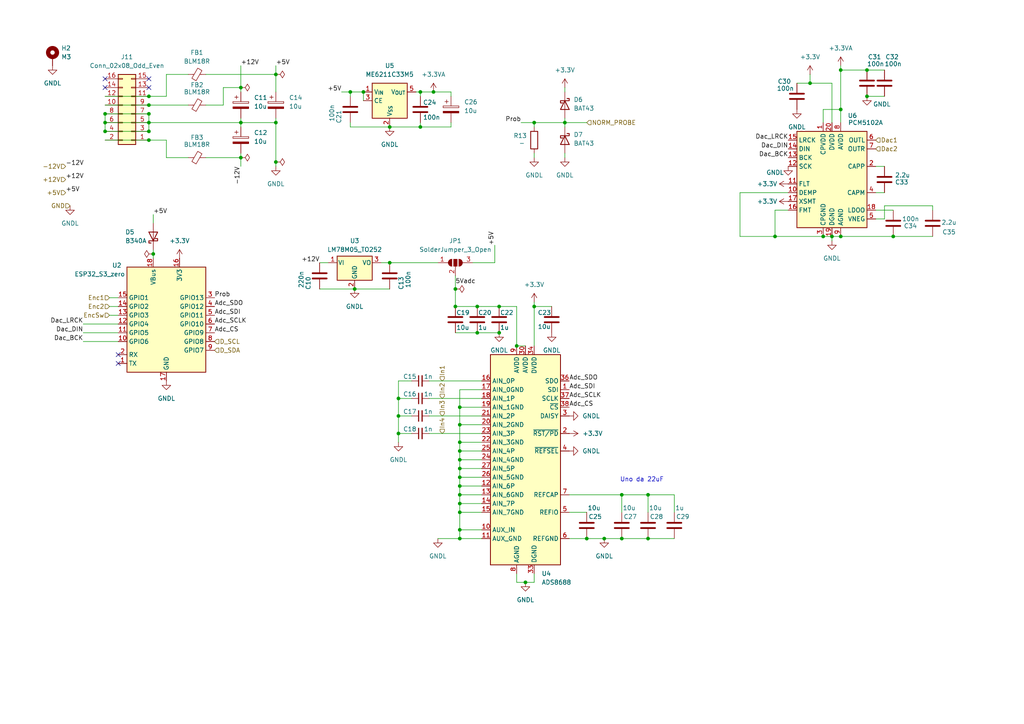
<source format=kicad_sch>
(kicad_sch (version 20250114) (generator "eeschema") (generator_version "9.0")
  (paper "A4")
  (title_block (title "Esper") (date "2025-05-13") (rev "1") (company "Sonic803"))
  (lib_symbols
    (symbol "Library:+3.3V" (power) (pin_numbers (hide yes)) (pin_names (offset 0) (hide yes))
      (property "Value" "+3.3V" (at 0 3.556 0))
      (symbol "+3.3V_0_1"
        (polyline (pts (xy -0.762 1.27) (xy 0 2.54)))
        (polyline (pts (xy 0 2.54) (xy 0.762 1.27)))
        (polyline (pts (xy 0 0) (xy 0 2.54)))
      )
      (symbol "+3.3V_1_1"
        (pin power_in line (at 0 0 90) (length 0) (name "~") (number "1"))
      )
    )
    (symbol "Library:+3.3VA" (power) (pin_numbers (hide yes)) (pin_names (offset 0) (hide yes))
      (property "Value" "+3.3VA" (at 0 3.556 0))
      (symbol "+3.3VA_0_1"
        (polyline (pts (xy -0.762 1.27) (xy 0 2.54)))
        (polyline (pts (xy 0 2.54) (xy 0.762 1.27)))
        (polyline (pts (xy 0 0) (xy 0 2.54)))
      )
      (symbol "+3.3VA_1_1"
        (pin power_in line (at 0 0 90) (length 0) (name "~") (number "1"))
      )
    )
    (symbol "Library:ADS8688"
      (property "Reference" "U" (at -8.89 31.75 0))
      (property "Value" "ADS8688" (at 8.89 31.75 0))
      (symbol "ADS8688_0_1"
        (rectangle (start -10.16 30.48) (end 10.16 -30.48) (stroke (width 0.254)) (fill (type background)))
      )
      (symbol "ADS8688_1_1"
        (pin input line (at -12.7 22.86 0) (length 2.54) (name "AIN_0P") (number "16"))
        (pin input line (at -12.7 20.32 0) (length 2.54) (name "AIN_0GND") (number "17"))
        (pin input line (at -12.7 17.78 0) (length 2.54) (name "AIN_1P") (number "18"))
        (pin input line (at -12.7 15.24 0) (length 2.54) (name "AIN_1GND") (number "19"))
        (pin input line (at -12.7 12.7 0) (length 2.54) (name "AIN_2P") (number "21"))
        (pin input line (at -12.7 10.16 0) (length 2.54) (name "AIN_2GND") (number "20"))
        (pin input line (at -12.7 7.62 0) (length 2.54) (name "AIN_3P") (number "23"))
        (pin input line (at -12.7 5.08 0) (length 2.54) (name "AIN_3GND") (number "22"))
        (pin input line (at -12.7 2.54 0) (length 2.54) (name "AIN_4P") (number "25"))
        (pin input line (at -12.7 0 0) (length 2.54) (name "AIN_4GND") (number "24"))
        (pin input line (at -12.7 -2.54 0) (length 2.54) (name "AIN_5P") (number "27"))
        (pin input line (at -12.7 -5.08 0) (length 2.54) (name "AIN_5GND") (number "26"))
        (pin input line (at -12.7 -7.62 0) (length 2.54) (name "AIN_6P") (number "12"))
        (pin input line (at -12.7 -10.16 0) (length 2.54) (name "AIN_6GND") (number "13"))
        (pin input line (at -12.7 -12.7 0) (length 2.54) (name "AIN_7P") (number "14"))
        (pin input line (at -12.7 -15.24 0) (length 2.54) (name "AIN_7GND") (number "15"))
        (pin input line (at -12.7 -20.32 0) (length 2.54) (name "AUX_IN") (number "10"))
        (pin input line (at -12.7 -22.86 0) (length 2.54) (name "AUX_GND") (number "11"))
        (pin power_in line (at -2.54 33.02 270) (length 2.54) (name "AVDD") (number "9"))
        (pin passive line (at -2.54 -33.02 90) (length 2.54) (hide yes) (name "AGND") (number "28"))
        (pin passive line (at -2.54 -33.02 90) (length 2.54) (hide yes) (name "AGND") (number "29"))
        (pin passive line (at -2.54 -33.02 90) (length 2.54) (hide yes) (name "AGND") (number "31"))
        (pin passive line (at -2.54 -33.02 90) (length 2.54) (hide yes) (name "AGND") (number "32"))
        (pin power_in line (at -2.54 -33.02 90) (length 2.54) (name "AGND") (number "8"))
        (pin power_in line (at 0 33.02 270) (length 2.54) (name "AVDD") (number "30"))
        (pin power_in line (at 2.54 33.02 270) (length 2.54) (name "DVDD") (number "34"))
        (pin power_in line (at 2.54 -33.02 90) (length 2.54) (name "DGND") (number "33"))
        (pin no_connect line (at 10.16 -5.08 180) (length 2.54) (hide yes) (name "DNC") (number "35"))
        (pin output line (at 12.7 22.86 180) (length 2.54) (name "SDO") (number "36"))
        (pin input line (at 12.7 20.32 180) (length 2.54) (name "SDI") (number "1"))
        (pin input line (at 12.7 17.78 180) (length 2.54) (name "SCLK") (number "37"))
        (pin input line (at 12.7 15.24 180) (length 2.54) (name "~{CS}") (number "38"))
        (pin input line (at 12.7 12.7 180) (length 2.54) (name "DAISY") (number "3"))
        (pin input line (at 12.7 7.62 180) (length 2.54) (name "~{RST/PD}") (number "2"))
        (pin input line (at 12.7 2.54 180) (length 2.54) (name "~{REFSEL}") (number "4"))
        (pin passive line (at 12.7 -10.16 180) (length 2.54) (name "REFCAP") (number "7"))
        (pin passive line (at 12.7 -15.24 180) (length 2.54) (name "REFIO") (number "5"))
        (pin power_in line (at 12.7 -22.86 180) (length 2.54) (name "REFGND") (number "6"))
      )
    )
    (symbol "Library:B340" (pin_numbers (hide yes)) (pin_names (offset 1.016) (hide yes))
      (property "Reference" "D" (at 0 2.54 0))
      (property "Value" "B340" (at 0 -2.54 0))
      (symbol "B340_0_1"
        (polyline (pts (xy -1.905 0.635) (xy -1.905 1.27) (xy -1.27 1.27) (xy -1.27 -1.27) (xy -0.635 -1.27) (xy -0.635 -0.635)) (stroke (width 0.254)))
        (polyline (pts (xy 1.27 1.27) (xy 1.27 -1.27) (xy -1.27 0) (xy 1.27 1.27)) (stroke (width 0.254)))
        (polyline (pts (xy 1.27 0) (xy -1.27 0)))
      )
      (symbol "B340_1_1"
        (pin passive line (at -3.81 0 0) (length 2.54) (name "K") (number "1"))
        (pin passive line (at 3.81 0 180) (length 2.54) (name "A") (number "2"))
      )
    )
    (symbol "Library:BAT43" (pin_numbers (hide yes)) (pin_names (offset 1.016) (hide yes))
      (property "Reference" "D" (at 0 2.54 0))
      (property "Value" "BAT43" (at 0 -2.54 0))
      (symbol "BAT43_0_1"
        (polyline (pts (xy -1.905 0.635) (xy -1.905 1.27) (xy -1.27 1.27) (xy -1.27 -1.27) (xy -0.635 -1.27) (xy -0.635 -0.635)) (stroke (width 0.254)))
        (polyline (pts (xy 1.27 1.27) (xy 1.27 -1.27) (xy -1.27 0) (xy 1.27 1.27)) (stroke (width 0.254)))
        (polyline (pts (xy 1.27 0) (xy -1.27 0)))
      )
      (symbol "BAT43_1_1"
        (pin passive line (at -3.81 0 0) (length 2.54) (name "K") (number "1"))
        (pin passive line (at 3.81 0 180) (length 2.54) (name "A") (number "2"))
      )
    )
    (symbol "Library:C" (pin_numbers (hide yes)) (pin_names (offset 0.254))
      (property "Reference" "C" (at 0.635 2.54 0))
      (property "Value" "C" (at 0.635 -2.54 0))
      (symbol "C_0_1"
        (polyline (pts (xy -2.032 0.762) (xy 2.032 0.762)) (stroke (width 0.508)))
        (polyline (pts (xy -2.032 -0.762) (xy 2.032 -0.762)) (stroke (width 0.508)))
      )
      (symbol "C_1_1"
        (pin passive line (at 0 3.81 270) (length 2.794) (name "~") (number "1"))
        (pin passive line (at 0 -3.81 90) (length 2.794) (name "~") (number "2"))
      )
    )
    (symbol "Library:C_Polarized" (pin_numbers (hide yes)) (pin_names (offset 0.254))
      (property "Reference" "C" (at 0.635 2.54 0))
      (property "Value" "C_Polarized" (at 0.635 -2.54 0))
      (symbol "C_Polarized_0_1"
        (rectangle (start -2.286 0.508) (end 2.286 1.016))
        (polyline (pts (xy -1.778 2.286) (xy -0.762 2.286)))
        (polyline (pts (xy -1.27 2.794) (xy -1.27 1.778)))
        (rectangle (start 2.286 -0.508) (end -2.286 -1.016) (fill (type outline)))
      )
      (symbol "C_Polarized_1_1"
        (pin passive line (at 0 3.81 270) (length 2.794) (name "~") (number "1"))
        (pin passive line (at 0 -3.81 90) (length 2.794) (name "~") (number "2"))
      )
    )
    (symbol "Library:C_Small" (pin_numbers (hide yes)) (pin_names (offset 0.254) (hide yes))
      (property "Reference" "C" (at 0.254 1.778 0))
      (property "Value" "C_Small" (at 0.254 -2.032 0))
      (symbol "C_Small_0_1"
        (polyline (pts (xy -1.524 0.508) (xy 1.524 0.508)) (stroke (width 0.3048)))
        (polyline (pts (xy -1.524 -0.508) (xy 1.524 -0.508)) (stroke (width 0.3302)))
      )
      (symbol "C_Small_1_1"
        (pin passive line (at 0 2.54 270) (length 2.032) (name "~") (number "1"))
        (pin passive line (at 0 -2.54 90) (length 2.032) (name "~") (number "2"))
      )
    )
    (symbol "Library:Conn_02x08_Odd_Even" (pin_names (offset 1.016) (hide yes))
      (property "Reference" "J" (at 1.27 10.16 0))
      (property "Value" "Conn_02x08_Odd_Even" (at 1.27 -12.7 0))
      (symbol "Conn_02x08_Odd_Even_1_1"
        (rectangle (start -1.27 8.89) (end 3.81 -11.43) (stroke (width 0.254)) (fill (type background)))
        (rectangle (start -1.27 7.747) (end 0 7.493) (stroke (width 0.1524)))
        (rectangle (start -1.27 5.207) (end 0 4.953) (stroke (width 0.1524)))
        (rectangle (start -1.27 2.667) (end 0 2.413) (stroke (width 0.1524)))
        (rectangle (start -1.27 0.127) (end 0 -0.127) (stroke (width 0.1524)))
        (rectangle (start -1.27 -2.413) (end 0 -2.667) (stroke (width 0.1524)))
        (rectangle (start -1.27 -4.953) (end 0 -5.207) (stroke (width 0.1524)))
        (rectangle (start -1.27 -7.493) (end 0 -7.747) (stroke (width 0.1524)))
        (rectangle (start -1.27 -10.033) (end 0 -10.287) (stroke (width 0.1524)))
        (rectangle (start 3.81 7.747) (end 2.54 7.493) (stroke (width 0.1524)))
        (rectangle (start 3.81 5.207) (end 2.54 4.953) (stroke (width 0.1524)))
        (rectangle (start 3.81 2.667) (end 2.54 2.413) (stroke (width 0.1524)))
        (rectangle (start 3.81 0.127) (end 2.54 -0.127) (stroke (width 0.1524)))
        (rectangle (start 3.81 -2.413) (end 2.54 -2.667) (stroke (width 0.1524)))
        (rectangle (start 3.81 -4.953) (end 2.54 -5.207) (stroke (width 0.1524)))
        (rectangle (start 3.81 -7.493) (end 2.54 -7.747) (stroke (width 0.1524)))
        (rectangle (start 3.81 -10.033) (end 2.54 -10.287) (stroke (width 0.1524)))
        (pin passive line (at -5.08 7.62 0) (length 3.81) (name "Pin_1") (number "1"))
        (pin passive line (at -5.08 5.08 0) (length 3.81) (name "Pin_3") (number "3"))
        (pin passive line (at -5.08 2.54 0) (length 3.81) (name "Pin_5") (number "5"))
        (pin passive line (at -5.08 0 0) (length 3.81) (name "Pin_7") (number "7"))
        (pin passive line (at -5.08 -2.54 0) (length 3.81) (name "Pin_9") (number "9"))
        (pin passive line (at -5.08 -5.08 0) (length 3.81) (name "Pin_11") (number "11"))
        (pin passive line (at -5.08 -7.62 0) (length 3.81) (name "Pin_13") (number "13"))
        (pin passive line (at -5.08 -10.16 0) (length 3.81) (name "Pin_15") (number "15"))
        (pin passive line (at 7.62 7.62 180) (length 3.81) (name "Pin_2") (number "2"))
        (pin passive line (at 7.62 5.08 180) (length 3.81) (name "Pin_4") (number "4"))
        (pin passive line (at 7.62 2.54 180) (length 3.81) (name "Pin_6") (number "6"))
        (pin passive line (at 7.62 0 180) (length 3.81) (name "Pin_8") (number "8"))
        (pin passive line (at 7.62 -2.54 180) (length 3.81) (name "Pin_10") (number "10"))
        (pin passive line (at 7.62 -5.08 180) (length 3.81) (name "Pin_12") (number "12"))
        (pin passive line (at 7.62 -7.62 180) (length 3.81) (name "Pin_14") (number "14"))
        (pin passive line (at 7.62 -10.16 180) (length 3.81) (name "Pin_16") (number "16"))
      )
    )
    (symbol "Library:ESP32_S3_zero"
      (property "Reference" "U" (at 4.572 20.32 0))
      (property "Value" "ESP32_S3_zero" (at -0.508 -12.954 0))
      (symbol "ESP32_S3_zero_1_1"
        (rectangle (start -15.24 19.05) (end 7.62 -11.43) (stroke (width 0.254)) (fill (type background)))
        (pin bidirectional line (at -17.78 10.16 0) (length 2.54) (name "GPIO1") (number "15"))
        (pin bidirectional line (at -17.78 7.62 0) (length 2.54) (name "GPIO2") (number "14"))
        (pin bidirectional line (at -17.78 5.08 0) (length 2.54) (name "GPIO3") (number "13"))
        (pin bidirectional line (at -17.78 2.54 0) (length 2.54) (name "GPIO4") (number "12"))
        (pin bidirectional line (at -17.78 0 0) (length 2.54) (name "GPIO5") (number "11"))
        (pin bidirectional line (at -17.78 -2.54 0) (length 2.54) (name "GPIO6") (number "10"))
        (pin input line (at -17.78 -6.35 0) (length 2.54) (name "RX") (number "2"))
        (pin output line (at -17.78 -8.89 0) (length 2.54) (name "TX") (number "1"))
        (pin power_in line (at -7.62 21.59 270) (length 2.54) (name "VBus") (number "18"))
        (pin power_in line (at -3.81 -13.97 90) (length 2.54) (name "GND") (number "17"))
        (pin power_out line (at 0 21.59 270) (length 2.54) (name "3V3") (number "16"))
        (pin bidirectional line (at 10.16 10.16 180) (length 2.54) (name "GPIO13") (number "3"))
        (pin bidirectional line (at 10.16 7.62 180) (length 2.54) (name "GPIO12") (number "4"))
        (pin bidirectional line (at 10.16 5.08 180) (length 2.54) (name "GPIO11") (number "5"))
        (pin bidirectional line (at 10.16 2.54 180) (length 2.54) (name "GPIO10") (number "6"))
        (pin bidirectional line (at 10.16 0 180) (length 2.54) (name "GPIO9") (number "7"))
        (pin bidirectional line (at 10.16 -2.54 180) (length 2.54) (name "GPIO8") (number "8"))
        (pin bidirectional line (at 10.16 -5.08 180) (length 2.54) (name "GPIO7") (number "9"))
      )
    )
    (symbol "Library:FerriteBead_Small" (pin_numbers (hide yes)) (pin_names (offset 0))
      (property "Reference" "FB" (at 1.905 1.27 0))
      (property "Value" "FerriteBead_Small" (at 1.905 -1.27 0))
      (symbol "FerriteBead_Small_0_1"
        (polyline (pts (xy -1.8288 0.2794) (xy -1.1176 1.4986) (xy 1.8288 -0.2032) (xy 1.1176 -1.4224) (xy -1.8288 0.2794)))
        (polyline (pts (xy 0 0.889) (xy 0 1.2954)))
        (polyline (pts (xy 0 -1.27) (xy 0 -0.7874)))
      )
      (symbol "FerriteBead_Small_1_1"
        (pin passive line (at 0 2.54 270) (length 1.27) (name "~") (number "1"))
        (pin passive line (at 0 -2.54 90) (length 1.27) (name "~") (number "2"))
      )
    )
    (symbol "Library:GNDL" (in_bom no) (on_board no)
      (property "Value" "GNDL" (at 0 0 0))
      (symbol "GNDL_1_1"
        (polyline (pts (xy 0 0) (xy 0 -1.27) (xy 1.27 -1.27) (xy 0 -2.54) (xy -1.27 -1.27) (xy 0 -1.27)))
        (pin power_in line (at 0 0 270) (length 0) (hide yes) (name "GNDL") (number "1"))
      )
    )
    (symbol "Library:LM78M05_TO252" (pin_names (offset 0.254))
      (property "Reference" "U" (at -3.81 3.175 0))
      (property "Value" "LM78M05_TO252" (at 0 3.175 0))
      (symbol "LM78M05_TO252_0_1"
        (rectangle (start -5.08 1.905) (end 5.08 -5.08) (stroke (width 0.254)) (fill (type background)))
      )
      (symbol "LM78M05_TO252_1_1"
        (pin power_in line (at -7.62 0 0) (length 2.54) (name "VI") (number "1"))
        (pin power_in line (at 0 -7.62 90) (length 2.54) (name "GND") (number "2"))
        (pin power_out line (at 7.62 0 180) (length 2.54) (name "VO") (number "3"))
      )
    )
    (symbol "Library:ME6211C33M5"
      (property "Reference" "U" (at -4.572 6.35 0))
      (property "Value" "ME6211C33M5" (at 10.16 8.636 0))
      (symbol "ME6211C33M5_1_1"
        (rectangle (start -5.08 5.08) (end 5.08 -5.08) (stroke (width 0.254)) (fill (type background)))
        (pin power_in line (at -7.62 2.54 0) (length 2.54) (name "V_{IN}") (number "1"))
        (pin input line (at -7.62 0 0) (length 2.54) (name "CE") (number "3"))
        (pin power_in line (at 0 -7.62 90) (length 2.54) (name "V_{SS}") (number "2"))
        (pin no_connect line (at 5.08 0 180) (length 2.54) (hide yes) (name "NC") (number "4"))
        (pin power_out line (at 7.62 2.54 180) (length 2.54) (name "V_{OUT}") (number "5"))
      )
    )
    (symbol "Library:MountingHole_Pad" (pin_numbers (hide yes)) (pin_names (offset 1.016) (hide yes)) (in_bom no)
      (property "Reference" "H" (at 0 6.35 0))
      (property "Value" "MountingHole_Pad" (at 0 4.445 0))
      (symbol "MountingHole_Pad_0_1"
        (circle (center 0 1.27) (radius 1.27) (stroke (width 1.27)))
      )
      (symbol "MountingHole_Pad_1_1"
        (pin input line (at 0 -2.54 90) (length 2.54) (name "1") (number "1"))
      )
    )
    (symbol "Library:PCM5102A"
      (property "Reference" "U" (at -10.16 13.97 0))
      (property "Value" "PCM5102A" (at 3.81 13.97 0))
      (symbol "PCM5102A_0_1"
        (rectangle (start -10.16 12.7) (end 10.16 -15.24) (stroke (width 0.254)) (fill (type background)))
      )
      (symbol "PCM5102A_1_1"
        (pin input line (at -12.7 10.16 0) (length 2.54) (name "LRCK") (number "15"))
        (pin input line (at -12.7 7.62 0) (length 2.54) (name "DIN") (number "14"))
        (pin input line (at -12.7 5.08 0) (length 2.54) (name "BCK") (number "13"))
        (pin input line (at -12.7 2.54 0) (length 2.54) (name "SCK") (number "12"))
        (pin input line (at -12.7 -2.54 0) (length 2.54) (name "FLT") (number "11"))
        (pin input line (at -12.7 -5.08 0) (length 2.54) (name "DEMP") (number "10"))
        (pin input line (at -12.7 -7.62 0) (length 2.54) (name "XSMT") (number "17"))
        (pin input line (at -12.7 -10.16 0) (length 2.54) (name "FMT") (number "16"))
        (pin passive line (at -2.54 15.24 270) (length 2.54) (name "CPVDD") (number "1"))
        (pin power_in line (at -2.54 -17.78 90) (length 2.54) (name "CPGND") (number "3"))
        (pin power_in line (at 0 15.24 270) (length 2.54) (name "DVDD") (number "20"))
        (pin power_in line (at 0 -17.78 90) (length 2.54) (name "DGND") (number "19"))
        (pin power_in line (at 2.54 15.24 270) (length 2.54) (name "AVDD") (number "8"))
        (pin power_in line (at 2.54 -17.78 90) (length 2.54) (name "AGND") (number "9"))
        (pin output line (at 12.7 10.16 180) (length 2.54) (name "OUTL") (number "6"))
        (pin output line (at 12.7 7.62 180) (length 2.54) (name "OUTR") (number "7"))
        (pin passive line (at 12.7 2.54 180) (length 2.54) (name "CAPP") (number "2"))
        (pin passive line (at 12.7 -5.08 180) (length 2.54) (name "CAPM") (number "4"))
        (pin passive line (at 12.7 -10.16 180) (length 2.54) (name "LDOO") (number "18"))
        (pin passive line (at 12.7 -12.7 180) (length 2.54) (name "VNEG") (number "5"))
      )
    )
    (symbol "Library:PWR_FLAG" (power) (pin_numbers (hide yes)) (pin_names (offset 0) (hide yes))
      (property "Value" "PWR_FLAG" (at 0 3.81 0))
      (symbol "PWR_FLAG_0_0"
        (pin power_out line (at 0 0 90) (length 0) (name "~") (number "1"))
      )
      (symbol "PWR_FLAG_0_1"
        (polyline (pts (xy 0 0) (xy 0 1.27) (xy -1.016 1.905) (xy 0 2.54) (xy 1.016 1.905) (xy 0 1.27)))
      )
    )
    (symbol "Library:R" (pin_numbers (hide yes)) (pin_names (offset 0))
      (property "Reference" "R" (at 2.032 0 90))
      (property "Value" "R" (at 0 0 90))
      (symbol "R_0_1"
        (rectangle (start -1.016 -2.54) (end 1.016 2.54) (stroke (width 0.254)))
      )
      (symbol "R_1_1"
        (pin passive line (at 0 3.81 270) (length 1.27) (name "~") (number "1"))
        (pin passive line (at 0 -3.81 90) (length 1.27) (name "~") (number "2"))
      )
    )
    (symbol "Library:SolderJumper_3_Open" (pin_names (offset 0) (hide yes)) (in_bom no)
      (property "Reference" "JP" (at -2.54 -2.54 0))
      (property "Value" "SolderJumper_3_Open" (at 0 2.794 0))
      (symbol "SolderJumper_3_Open_0_1"
        (polyline (pts (xy -2.54 0) (xy -2.032 0)))
        (polyline (pts (xy -1.016 1.016) (xy -1.016 -1.016)))
        (arc (start -1.016 -1.016) (mid -2.0276 0) (end -1.016 1.016))
        (arc (start -1.016 -1.016) (mid -2.0276 0) (end -1.016 1.016) (fill (type outline)))
        (rectangle (start -0.508 1.016) (end 0.508 -1.016) (fill (type outline)))
        (polyline (pts (xy 0 -1.27) (xy 0 -1.016)))
        (arc (start 1.016 1.016) (mid 2.0276 0) (end 1.016 -1.016))
        (arc (start 1.016 1.016) (mid 2.0276 0) (end 1.016 -1.016) (fill (type outline)))
        (polyline (pts (xy 1.016 1.016) (xy 1.016 -1.016)))
        (polyline (pts (xy 2.54 0) (xy 2.032 0)))
      )
      (symbol "SolderJumper_3_Open_1_1"
        (pin passive line (at -5.08 0 0) (length 2.54) (name "A") (number "1"))
        (pin passive line (at 0 -3.81 90) (length 2.54) (name "C") (number "2"))
        (pin passive line (at 5.08 0 180) (length 2.54) (name "B") (number "3"))
      )
    )
  )
  (text "Uno da 22uF" (at 186.182 139.192 0) (effects (font (size 1.27 1.27))))
  (junction (at 133.35 140.97))
  (junction (at 133.35 133.35))
  (junction (at 102.87 83.82))
  (junction (at 133.35 143.51))
  (junction (at 241.3 68.58))
  (junction (at 80.01 21.59))
  (junction (at 43.18 27.94))
  (junction (at 144.78 96.52))
  (junction (at 101.6 26.67))
  (junction (at 80.01 35.56))
  (junction (at 30.48 35.56))
  (junction (at 243.84 68.58))
  (junction (at 234.95 24.13))
  (junction (at 115.57 125.73))
  (junction (at 43.18 35.56))
  (junction (at 138.43 96.52))
  (junction (at 115.57 115.57))
  (junction (at 133.35 130.81))
  (junction (at 133.35 128.27))
  (junction (at 251.46 20.32))
  (junction (at 238.76 68.58))
  (junction (at 44.45 73.66))
  (junction (at 133.35 118.11))
  (junction (at 133.35 156.21))
  (junction (at 43.18 30.48))
  (junction (at 152.4 168.91))
  (junction (at 43.18 40.64))
  (junction (at 43.18 38.1))
  (junction (at 133.35 148.59))
  (junction (at 133.35 146.05))
  (junction (at 187.96 143.51))
  (junction (at 154.94 35.56))
  (junction (at 30.48 38.1))
  (junction (at 132.08 83.82))
  (junction (at 115.57 120.65))
  (junction (at 69.85 45.72))
  (junction (at 154.94 88.9))
  (junction (at 125.73 26.67))
  (junction (at 121.92 26.67))
  (junction (at 30.48 33.02))
  (junction (at 133.35 135.89))
  (junction (at 43.18 33.02))
  (junction (at 243.84 31.75))
  (junction (at 69.85 35.56))
  (junction (at 133.35 153.67))
  (junction (at 170.18 156.21))
  (junction (at 113.03 36.83))
  (junction (at 180.34 143.51))
  (junction (at 163.83 35.56))
  (junction (at 180.34 156.21))
  (junction (at 133.35 123.19))
  (junction (at 243.84 20.32))
  (junction (at 224.79 68.58))
  (junction (at 105.41 26.67))
  (junction (at 259.08 68.58))
  (junction (at 251.46 27.94))
  (junction (at 144.78 88.9))
  (junction (at 187.96 156.21))
  (junction (at 80.01 46.99))
  (junction (at 121.92 36.83))
  (junction (at 175.26 156.21))
  (junction (at 149.86 100.33))
  (junction (at 113.03 76.2))
  (junction (at 138.43 88.9))
  (junction (at 132.08 88.9))
  (junction (at 133.35 138.43))
  (junction (at 69.85 25.4))
  (no_connect (at 43.18 25.4))
  (no_connect (at 34.29 102.87))
  (no_connect (at 34.29 105.41))
  (no_connect (at 43.18 22.86))
  (no_connect (at 30.48 22.86))
  (no_connect (at 30.48 25.4))
  (wire (pts (xy 115.57 115.57) (xy 119.38 115.57)))
  (wire (pts (xy 133.35 133.35) (xy 133.35 135.89)))
  (wire (pts (xy 130.81 27.94) (xy 130.81 26.67)))
  (wire (pts (xy 30.48 33.02) (xy 30.48 35.56)))
  (wire (pts (xy 251.46 27.94) (xy 256.54 27.94)))
  (wire (pts (xy 101.6 26.67) (xy 105.41 26.67)))
  (wire (pts (xy 234.95 24.13) (xy 241.3 24.13)))
  (wire (pts (xy 124.46 110.49) (xy 139.7 110.49)))
  (wire (pts (xy 133.35 140.97) (xy 139.7 140.97)))
  (wire (pts (xy 133.35 128.27) (xy 139.7 128.27)))
  (wire (pts (xy 149.86 166.37) (xy 149.86 168.91)))
  (wire (pts (xy 48.26 21.59) (xy 54.61 21.59)))
  (wire (pts (xy 127 156.21) (xy 133.35 156.21)))
  (wire (pts (xy 124.46 125.73) (xy 139.7 125.73)))
  (wire (pts (xy 113.03 36.83) (xy 121.92 36.83)))
  (wire (pts (xy 133.35 148.59) (xy 133.35 153.67)))
  (wire (pts (xy 149.86 100.33) (xy 152.4 100.33)))
  (wire (pts (xy 80.01 21.59) (xy 80.01 19.05)))
  (wire (pts (xy 133.35 146.05) (xy 139.7 146.05)))
  (wire (pts (xy 30.48 35.56) (xy 30.48 38.1)))
  (wire (pts (xy 133.35 143.51) (xy 133.35 146.05)))
  (wire (pts (xy 34.29 86.36) (xy 31.75 86.36)))
  (wire (pts (xy 30.48 35.56) (xy 43.18 35.56)))
  (wire (pts (xy 48.26 27.94) (xy 43.18 27.94)))
  (wire (pts (xy 238.76 31.75) (xy 238.76 35.56)))
  (wire (pts (xy 154.94 87.63) (xy 154.94 88.9)))
  (wire (pts (xy 133.35 135.89) (xy 133.35 138.43)))
  (wire (pts (xy 243.84 31.75) (xy 238.76 31.75)))
  (wire (pts (xy 270.51 59.69) (xy 256.54 59.69)))
  (wire (pts (xy 133.35 123.19) (xy 133.35 128.27)))
  (wire (pts (xy 124.46 120.65) (xy 139.7 120.65)))
  (wire (pts (xy 195.58 143.51) (xy 195.58 148.59)))
  (wire (pts (xy 175.26 156.21) (xy 170.18 156.21)))
  (wire (pts (xy 64.77 25.4) (xy 69.85 25.4)))
  (wire (pts (xy 54.61 45.72) (xy 48.26 45.72)))
  (wire (pts (xy 254 55.88) (xy 256.54 55.88)))
  (wire (pts (xy 133.35 118.11) (xy 133.35 123.19)))
  (wire (pts (xy 124.46 115.57) (xy 139.7 115.57)))
  (wire (pts (xy 132.08 80.01) (xy 132.08 83.82)))
  (wire (pts (xy 43.18 30.48) (xy 54.61 30.48)))
  (wire (pts (xy 149.86 168.91) (xy 152.4 168.91)))
  (wire (pts (xy 121.92 36.83) (xy 121.92 35.56)))
  (wire (pts (xy 115.57 110.49) (xy 119.38 110.49)))
  (wire (pts (xy 30.48 40.64) (xy 43.18 40.64)))
  (wire (pts (xy 80.01 35.56) (xy 69.85 35.56)))
  (wire (pts (xy 254 60.96) (xy 259.08 60.96)))
  (wire (pts (xy 241.3 68.58) (xy 243.84 68.58)))
  (wire (pts (xy 143.51 71.12) (xy 143.51 76.2)))
  (wire (pts (xy 165.1 143.51) (xy 180.34 143.51)))
  (wire (pts (xy 154.94 35.56) (xy 163.83 35.56)))
  (wire (pts (xy 180.34 156.21) (xy 187.96 156.21)))
  (wire (pts (xy 92.71 83.82) (xy 102.87 83.82)))
  (wire (pts (xy 115.57 120.65) (xy 119.38 120.65)))
  (wire (pts (xy 154.94 88.9) (xy 154.94 100.33)))
  (wire (pts (xy 256.54 63.5) (xy 256.54 59.69)))
  (wire (pts (xy 113.03 76.2) (xy 127 76.2)))
  (wire (pts (xy 34.29 91.44) (xy 31.75 91.44)))
  (wire (pts (xy 133.35 153.67) (xy 133.35 156.21)))
  (wire (pts (xy 243.84 20.32) (xy 251.46 20.32)))
  (wire (pts (xy 133.35 118.11) (xy 139.7 118.11)))
  (wire (pts (xy 214.63 55.88) (xy 214.63 68.58)))
  (wire (pts (xy 69.85 45.72) (xy 69.85 48.26)))
  (wire (pts (xy 30.48 27.94) (xy 43.18 27.94)))
  (wire (pts (xy 48.26 45.72) (xy 48.26 40.64)))
  (wire (pts (xy 138.43 88.9) (xy 144.78 88.9)))
  (wire (pts (xy 115.57 125.73) (xy 115.57 120.65)))
  (wire (pts (xy 59.69 30.48) (xy 64.77 30.48)))
  (wire (pts (xy 43.18 35.56) (xy 69.85 35.56)))
  (wire (pts (xy 154.94 88.9) (xy 160.02 88.9)))
  (wire (pts (xy 30.48 38.1) (xy 43.18 38.1)))
  (wire (pts (xy 24.13 99.06) (xy 34.29 99.06)))
  (wire (pts (xy 115.57 115.57) (xy 115.57 110.49)))
  (wire (pts (xy 187.96 156.21) (xy 195.58 156.21)))
  (wire (pts (xy 48.26 40.64) (xy 43.18 40.64)))
  (wire (pts (xy 24.13 96.52) (xy 34.29 96.52)))
  (wire (pts (xy 139.7 113.03) (xy 133.35 113.03)))
  (wire (pts (xy 130.81 26.67) (xy 125.73 26.67)))
  (wire (pts (xy 132.08 83.82) (xy 132.08 88.9)))
  (wire (pts (xy 170.18 35.56) (xy 163.83 35.56)))
  (wire (pts (xy 30.48 33.02) (xy 43.18 33.02)))
  (wire (pts (xy 154.94 168.91) (xy 152.4 168.91)))
  (wire (pts (xy 144.78 88.9) (xy 149.86 88.9)))
  (wire (pts (xy 44.45 72.39) (xy 44.45 73.66)))
  (wire (pts (xy 133.35 123.19) (xy 139.7 123.19)))
  (wire (pts (xy 231.14 24.13) (xy 234.95 24.13)))
  (wire (pts (xy 132.08 96.52) (xy 138.43 96.52)))
  (wire (pts (xy 165.1 148.59) (xy 170.18 148.59)))
  (wire (pts (xy 238.76 68.58) (xy 241.3 68.58)))
  (wire (pts (xy 99.06 26.67) (xy 101.6 26.67)))
  (wire (pts (xy 133.35 130.81) (xy 133.35 133.35)))
  (wire (pts (xy 80.01 35.56) (xy 80.01 46.99)))
  (wire (pts (xy 180.34 143.51) (xy 180.34 148.59)))
  (wire (pts (xy 270.51 59.69) (xy 270.51 60.96)))
  (wire (pts (xy 251.46 20.32) (xy 256.54 20.32)))
  (wire (pts (xy 234.95 21.59) (xy 234.95 24.13)))
  (wire (pts (xy 80.01 34.29) (xy 80.01 35.56)))
  (wire (pts (xy 175.26 156.21) (xy 180.34 156.21)))
  (wire (pts (xy 151.13 35.56) (xy 154.94 35.56)))
  (wire (pts (xy 69.85 45.72) (xy 69.85 44.45)))
  (wire (pts (xy 133.35 133.35) (xy 139.7 133.35)))
  (wire (pts (xy 143.51 76.2) (xy 137.16 76.2)))
  (wire (pts (xy 24.13 93.98) (xy 34.29 93.98)))
  (wire (pts (xy 92.71 76.2) (xy 95.25 76.2)))
  (wire (pts (xy 241.3 24.13) (xy 241.3 35.56)))
  (wire (pts (xy 59.69 45.72) (xy 69.85 45.72)))
  (wire (pts (xy 115.57 125.73) (xy 119.38 125.73)))
  (wire (pts (xy 133.35 128.27) (xy 133.35 130.81)))
  (wire (pts (xy 228.6 55.88) (xy 214.63 55.88)))
  (wire (pts (xy 121.92 27.94) (xy 121.92 26.67)))
  (wire (pts (xy 163.83 34.29) (xy 163.83 35.56)))
  (wire (pts (xy 214.63 68.58) (xy 224.79 68.58)))
  (wire (pts (xy 80.01 46.99) (xy 80.01 48.26)))
  (wire (pts (xy 138.43 96.52) (xy 144.78 96.52)))
  (wire (pts (xy 101.6 27.94) (xy 101.6 26.67)))
  (wire (pts (xy 243.84 31.75) (xy 243.84 35.56)))
  (wire (pts (xy 133.35 140.97) (xy 133.35 143.51)))
  (wire (pts (xy 133.35 148.59) (xy 139.7 148.59)))
  (wire (pts (xy 254 63.5) (xy 256.54 63.5)))
  (wire (pts (xy 154.94 166.37) (xy 154.94 168.91)))
  (wire (pts (xy 133.35 138.43) (xy 139.7 138.43)))
  (wire (pts (xy 243.84 19.05) (xy 243.84 20.32)))
  (wire (pts (xy 133.35 113.03) (xy 133.35 118.11)))
  (wire (pts (xy 69.85 34.29) (xy 69.85 35.56)))
  (wire (pts (xy 224.79 60.96) (xy 224.79 68.58)))
  (wire (pts (xy 180.34 143.51) (xy 187.96 143.51)))
  (wire (pts (xy 44.45 62.23) (xy 44.45 64.77)))
  (wire (pts (xy 48.26 21.59) (xy 48.26 27.94)))
  (wire (pts (xy 187.96 143.51) (xy 195.58 143.51)))
  (wire (pts (xy 165.1 156.21) (xy 170.18 156.21)))
  (wire (pts (xy 270.51 68.58) (xy 259.08 68.58)))
  (wire (pts (xy 133.35 153.67) (xy 139.7 153.67)))
  (wire (pts (xy 121.92 26.67) (xy 120.65 26.67)))
  (wire (pts (xy 163.83 45.72) (xy 163.83 44.45)))
  (wire (pts (xy 132.08 88.9) (xy 138.43 88.9)))
  (wire (pts (xy 243.84 20.32) (xy 243.84 31.75)))
  (wire (pts (xy 241.3 69.85) (xy 241.3 68.58)))
  (wire (pts (xy 34.29 88.9) (xy 31.75 88.9)))
  (wire (pts (xy 113.03 76.2) (xy 110.49 76.2)))
  (wire (pts (xy 133.35 130.81) (xy 139.7 130.81)))
  (wire (pts (xy 130.81 36.83) (xy 130.81 35.56)))
  (wire (pts (xy 133.35 143.51) (xy 139.7 143.51)))
  (wire (pts (xy 224.79 68.58) (xy 238.76 68.58)))
  (wire (pts (xy 105.41 26.67) (xy 105.41 29.21)))
  (wire (pts (xy 154.94 45.72) (xy 154.94 44.45)))
  (wire (pts (xy 64.77 30.48) (xy 64.77 25.4)))
  (wire (pts (xy 80.01 21.59) (xy 59.69 21.59)))
  (wire (pts (xy 133.35 138.43) (xy 133.35 140.97)))
  (wire (pts (xy 163.83 25.4) (xy 163.83 26.67)))
  (wire (pts (xy 149.86 88.9) (xy 149.86 100.33)))
  (wire (pts (xy 133.35 156.21) (xy 139.7 156.21)))
  (wire (pts (xy 44.45 73.66) (xy 44.45 74.93)))
  (wire (pts (xy 121.92 26.67) (xy 125.73 26.67)))
  (wire (pts (xy 102.87 83.82) (xy 113.03 83.82)))
  (wire (pts (xy 80.01 26.67) (xy 80.01 21.59)))
  (wire (pts (xy 133.35 146.05) (xy 133.35 148.59)))
  (wire (pts (xy 187.96 143.51) (xy 187.96 148.59)))
  (wire (pts (xy 69.85 19.05) (xy 69.85 25.4)))
  (wire (pts (xy 115.57 125.73) (xy 115.57 128.27)))
  (wire (pts (xy 115.57 120.65) (xy 115.57 115.57)))
  (wire (pts (xy 69.85 36.83) (xy 69.85 35.56)))
  (wire (pts (xy 101.6 36.83) (xy 113.03 36.83)))
  (wire (pts (xy 30.48 30.48) (xy 43.18 30.48)))
  (wire (pts (xy 254 48.26) (xy 256.54 48.26)))
  (wire (pts (xy 154.94 36.83) (xy 154.94 35.56)))
  (wire (pts (xy 243.84 68.58) (xy 259.08 68.58)))
  (wire (pts (xy 43.18 33.02) (xy 43.18 35.56)))
  (wire (pts (xy 121.92 36.83) (xy 130.81 36.83)))
  (wire (pts (xy 69.85 25.4) (xy 69.85 26.67)))
  (wire (pts (xy 101.6 35.56) (xy 101.6 36.83)))
  (wire (pts (xy 43.18 35.56) (xy 43.18 38.1)))
  (wire (pts (xy 228.6 60.96) (xy 224.79 60.96)))
  (wire (pts (xy 163.83 36.83) (xy 163.83 35.56)))
  (wire (pts (xy 133.35 135.89) (xy 139.7 135.89)))
  (label "Adc_SCLK" (at 165.1 115.57 0))
  (label "5Vadc" (at 132.08 82.55 0))
  (label "+12V" (at 19.05 52.07 0))
  (label "+12V" (at 92.71 76.2 180))
  (label "Adc_SDO" (at 165.1 110.49 0))
  (label "Dac_BCK" (at 228.6 45.72 180))
  (label "-12V" (at 19.05 48.26 0))
  (label "Adc_CS" (at 165.1 118.11 0))
  (label "+5V" (at 143.51 71.12 90))
  (label "Adc_SDI" (at 165.1 113.03 0))
  (label "Dac_DIN" (at 228.6 43.18 180))
  (label "Dac_DIN" (at 24.13 96.52 180))
  (label "+5V" (at 99.06 26.67 180))
  (label "Adc_SDO" (at 62.23 88.9 0))
  (label "Adc_SCLK" (at 62.23 93.98 0))
  (label "Adc_CS" (at 62.23 96.52 0))
  (label "Dac_BCK" (at 24.13 99.06 180))
  (label "Dac_LRCK" (at 228.6 40.64 180))
  (label "+12V" (at 69.85 19.05 0))
  (label "+5V" (at 19.05 55.88 0))
  (label "+5V" (at 44.45 62.23 0))
  (label "Prob" (at 151.13 35.56 180))
  (label "Prob" (at 62.23 86.36 0))
  (label "+5V" (at 80.01 19.05 0))
  (label "Dac_LRCK" (at 24.13 93.98 180))
  (label "-12V" (at 69.85 48.26 270))
  (label "Adc_SDI" (at 62.23 91.44 0))
  (hierarchical_label "NORM_PROBE" (shape input) (at 170.18 35.56 0))
  (hierarchical_label "EncSw" (shape input) (at 31.75 91.44 180))
  (hierarchical_label "In4" (shape input) (at 128.27 125.73 90))
  (hierarchical_label "In2" (shape input) (at 128.27 115.57 90))
  (hierarchical_label "In3" (shape input) (at 128.27 120.65 90))
  (hierarchical_label "D_SDA" (shape input) (at 62.23 101.6 0))
  (hierarchical_label "Dac1" (shape input) (at 254 40.64 0))
  (hierarchical_label "GND" (shape input) (at 20.32 59.69 180))
  (hierarchical_label "In1" (shape input) (at 128.27 110.49 90))
  (hierarchical_label "-12V" (shape input) (at 19.05 48.26 180))
  (hierarchical_label "+12V" (shape input) (at 19.05 52.07 180))
  (hierarchical_label "D_SCL" (shape input) (at 62.23 99.06 0))
  (hierarchical_label "Enc1" (shape input) (at 31.75 86.36 180))
  (hierarchical_label "Enc2" (shape input) (at 31.75 88.9 180))
  (hierarchical_label "+5V" (shape input) (at 19.05 55.88 180))
  (hierarchical_label "Dac2" (shape input) (at 254 43.18 0))
  (symbol (lib_id "Library:C") (at 160.02 92.71 0) (unit 1)
    (property "Reference" "C23" (at 155.956 90.678 0) (effects (justify left)))
    (property "Value" "10u" (at 155.956 94.742 0) (effects (justify left)))
    (property "Footprint" "Capacitor_SMD:C_0603_1608Metric" (effects (hide yes)))
    (property "Description" "Unpolarized capacitor" (effects (hide yes)))
  )
  (symbol (lib_id "Library:ESP32_S3_zero") (at 52.07 96.52 0) (unit 1)
    (property "Reference" "U2" (at 32.512 76.962 0) (effects (justify left)))
    (property "Value" "ESP32_S3_zero" (at 21.59 79.502 0) (effects (justify left)))
    (property "Footprint" "Custom:Esp32-S3 Zero" (effects (hide yes)))
    (property "Datasheet" "https://www.waveshare.com/wiki/ESP32-S3-Zero" (effects (hide yes)))
  )
  (symbol (lib_id "Library:C") (at 195.58 152.4 0) (unit 1)
    (property "Reference" "C29" (at 196.088 149.86 0) (effects (justify left)))
    (property "Value" "1u" (at 195.834 147.32 0) (effects (justify left)))
    (property "Footprint" "Capacitor_SMD:C_0603_1608Metric" (effects (hide yes)))
    (property "Description" "Unpolarized capacitor" (effects (hide yes)))
  )
  (symbol (lib_id "Library:C_Small") (at 121.92 120.65 90) (unit 1)
    (property "Reference" "C17" (at 118.872 119.38 90))
    (property "Value" "1n" (at 124.206 119.38 90))
    (property "Footprint" "Capacitor_SMD:C_0603_1608Metric" (effects (hide yes)))
    (property "Description" "Unpolarized capacitor, small symbol" (effects (hide yes)))
  )
  (symbol (lib_id "Library:GNDL") (at 165.1 120.65 90) (unit 1) (in_bom no) (on_board no)
    (property "Reference" "#PWR43" (effects (hide yes)))
    (property "Value" "GNDL" (at 168.91 120.6499 90) (effects (justify right)))
  )
  (symbol (lib_id "Library:GNDL") (at 127 156.21 0) (unit 1) (in_bom no) (on_board no)
    (property "Reference" "#PWR37" (effects (hide yes)))
    (property "Value" "GNDL" (at 127 161.29 0))
  )
  (symbol (lib_id "Library:FerriteBead_Small") (at 57.15 30.48 90) (unit 1)
    (property "Reference" "FB2" (at 57.15 24.638 90))
    (property "Value" "BLM18R" (at 57.1119 26.67 90))
    (property "Footprint" "Inductor_SMD:L_0603_1608Metric" (effects (hide yes)))
    (property "Description" "Ferrite bead, small symbol" (effects (hide yes)))
  )
  (symbol (lib_id "Library:GNDL") (at 231.14 31.75 0) (unit 1) (in_bom no) (on_board no)
    (property "Reference" "#PWR54" (effects (hide yes)))
    (property "Value" "GNDL" (at 231.14 36.83 0))
  )
  (symbol (lib_id "Library:ME6211C33M5") (at 113.03 29.21 0) (unit 1)
    (property "Reference" "U5" (at 113.03 19.05 0))
    (property "Value" "ME6211C33M5" (at 113.03 21.59 0))
    (property "Footprint" "Package_TO_SOT_SMD:SOT-23-5" (effects (hide yes)))
    (property "Datasheet" "https://www.lcsc.com/datasheet/lcsc_datasheet_2304140030_MICRONE-Nanjing-Micro-One-Elec-ME6211C33R5G_C235316.pdf" (effects (hide yes)))
    (property "Description" "500mA low dropout linear regulator, shutdown pin, 6.5V max input voltage, 3.3V fixed positive output, SOT-23-5" (effects (hide yes)))
  )
  (symbol (lib_id "Library:+3.3V") (at 52.07 74.93 0) (unit 1)
    (property "Reference" "#PWR033" (effects (hide yes)))
    (property "Value" "+3.3V" (at 52.07 69.85 0))
    (property "Description" "Power symbol creates a global label with name \"+3.3V\"" (effects (hide yes)))
  )
  (symbol (lib_id "Library:GNDL") (at 115.57 128.27 0) (unit 1) (in_bom no) (on_board no)
    (property "Reference" "#PWR35" (effects (hide yes)))
    (property "Value" "GNDL" (at 115.57 133.35 0))
  )
  (symbol (lib_id "Library:GNDL") (at 160.02 96.52 0) (unit 1) (in_bom no) (on_board no)
    (property "Reference" "#PWR42" (effects (hide yes)))
    (property "Value" "GNDL" (at 160.02 101.6 0))
  )
  (symbol (lib_id "Library:C") (at 180.34 152.4 0) (unit 1)
    (property "Reference" "C27" (at 180.848 149.86 0) (effects (justify left)))
    (property "Value" "10u" (at 180.594 147.32 0) (effects (justify left)))
    (property "Footprint" "Capacitor_SMD:C_0603_1608Metric" (effects (hide yes)))
    (property "Description" "Unpolarized capacitor" (effects (hide yes)))
  )
  (symbol (lib_id "Library:R") (at 154.94 40.64 0) (unit 1)
    (property "Reference" "R13" (at 150.876 39.37 0))
    (property "Value" "_" (at 151.384 40.894 0))
    (property "Footprint" "Resistor_SMD:R_0603_1608Metric" (effects (hide yes)))
    (property "Description" "Resistor" (effects (hide yes)))
  )
  (symbol (lib_id "Library:+3.3V") (at 234.95 21.59 0) (unit 1)
    (property "Reference" "#PWR055" (effects (hide yes)))
    (property "Value" "+3.3V" (at 234.95 16.51 0))
    (property "Description" "Power symbol creates a global label with name \"+3.3V\"" (effects (hide yes)))
  )
  (symbol (lib_id "Library:GNDL") (at 113.03 36.83 0) (unit 1) (in_bom no) (on_board no)
    (property "Reference" "#PWR40" (effects (hide yes)))
    (property "Value" "GNDL" (at 113.03 41.91 0))
  )
  (symbol (lib_id "Library:+3.3V") (at 165.1 125.73 270) (unit 1)
    (property "Reference" "#PWR044" (effects (hide yes)))
    (property "Value" "+3.3V" (at 168.91 125.7299 90) (effects (justify left)))
    (property "Description" "Power symbol creates a global label with name \"+3.3V\"" (effects (hide yes)))
  )
  (symbol (lib_id "Library:PWR_FLAG") (at 80.01 21.59 270) (unit 1)
    (property "Reference" "#FLG08" (effects (hide yes)))
    (property "Value" "PWR_FLAG" (effects (hide yes)))
    (property "Description" "Special symbol for telling ERC where power comes from" (effects (hide yes)))
  )
  (symbol (lib_id "Library:BAT43") (at 163.83 30.48 270) (unit 1)
    (property "Reference" "D6" (at 166.37 28.8924 90) (effects (justify left)))
    (property "Value" "BAT43" (at 166.37 31.4324 90) (effects (justify left)))
    (property "Footprint" "Diode_SMD:D_SOD-123" (effects (hide yes)))
    (property "Datasheet" "http://www.vishay.com/docs/85660/bat42.pdf" (effects (hide yes)))
    (property "Description" "30V 0.2A Small Signal Schottky Diode, DO-35" (effects (hide yes)))
  )
  (symbol (lib_id "Library:C") (at 170.18 152.4 0) (unit 1)
    (property "Reference" "C25" (at 170.688 149.86 0) (effects (justify left)))
    (property "Value" "10u" (at 170.434 147.32 0) (effects (justify left)))
    (property "Footprint" "Capacitor_SMD:C_0603_1608Metric" (effects (hide yes)))
    (property "Description" "Unpolarized capacitor" (effects (hide yes)))
  )
  (symbol (lib_id "Library:GNDL") (at 228.6 48.26 0) (unit 1) (in_bom no) (on_board no)
    (property "Reference" "#PWR51" (effects (hide yes)))
    (property "Value" "GNDL" (at 222.25 50.038 0) (effects (justify left)))
  )
  (symbol (lib_id "Library:C_Small") (at 121.92 110.49 90) (unit 1)
    (property "Reference" "C15" (at 118.872 109.22 90))
    (property "Value" "1n" (at 124.206 109.22 90))
    (property "Footprint" "Capacitor_SMD:C_0603_1608Metric" (effects (hide yes)))
    (property "Description" "Unpolarized capacitor, small symbol" (effects (hide yes)))
  )
  (symbol (lib_id "Library:C") (at 256.54 52.07 0) (unit 1)
    (property "Reference" "C33" (at 259.588 52.832 0) (effects (justify left)))
    (property "Value" "2.2u" (at 259.588 50.8 0) (effects (justify left)))
    (property "Footprint" "Capacitor_SMD:C_0603_1608Metric" (effects (hide yes)))
    (property "Description" "Unpolarized capacitor" (effects (hide yes)))
  )
  (symbol (lib_id "Library:GNDL") (at 251.46 27.94 0) (unit 1) (in_bom no) (on_board no)
    (property "Reference" "#PWR58" (effects (hide yes)))
    (property "Value" "GNDL" (at 255.778 30.226 0))
  )
  (symbol (lib_id "Library:Conn_02x08_Odd_Even") (at 38.1 33.02 180) (unit 1)
    (property "Reference" "J11" (at 36.83 16.51 0))
    (property "Value" "Conn_02x08_Odd_Even" (at 36.83 19.05 0))
    (property "Footprint" "Connector_IDC:IDC-Header_2x08_P2.54mm_Vertical" (effects (hide yes)))
    (property "Description" "Generic connector, double row, 02x08, odd/even pin numbering scheme (row 1 odd numbers, row 2 even numbers), script generated (kicad-library-utils/schlib/autogen/connector/)" (effects (hide yes)))
  )
  (symbol (lib_id "Library:C") (at 231.14 27.94 0) (unit 1)
    (property "Reference" "C30" (at 225.552 23.622 0) (effects (justify left)))
    (property "Value" "100n" (at 225.298 25.654 0) (effects (justify left)))
    (property "Footprint" "Capacitor_SMD:C_0603_1608Metric" (effects (hide yes)))
    (property "Description" "Unpolarized capacitor" (effects (hide yes)))
  )
  (symbol (lib_id "Library:C") (at 132.08 92.71 0) (unit 1)
    (property "Reference" "C19" (at 132.334 90.678 0) (effects (justify left)))
    (property "Value" "10u" (at 132.334 94.996 0) (effects (justify left)))
    (property "Footprint" "Capacitor_SMD:C_0603_1608Metric" (effects (hide yes)))
    (property "Description" "Unpolarized capacitor" (effects (hide yes)))
  )
  (symbol (lib_id "Library:GNDL") (at 175.26 156.21 0) (unit 1) (in_bom no) (on_board no)
    (property "Reference" "#PWR48" (effects (hide yes)))
    (property "Value" "GNDL" (at 175.26 161.29 0))
  )
  (symbol (lib_id "Library:FerriteBead_Small") (at 57.15 45.72 90) (unit 1)
    (property "Reference" "FB3" (at 57.15 39.878 90))
    (property "Value" "BLM18R" (at 57.1119 41.91 90))
    (property "Footprint" "Inductor_SMD:L_0603_1608Metric" (effects (hide yes)))
    (property "Description" "Ferrite bead, small symbol" (effects (hide yes)))
  )
  (symbol (lib_id "Library:PWR_FLAG") (at 69.85 45.72 270) (unit 1)
    (property "Reference" "#FLG07" (effects (hide yes)))
    (property "Value" "PWR_FLAG" (effects (hide yes)))
    (property "Description" "Special symbol for telling ERC where power comes from" (effects (hide yes)))
  )
  (symbol (lib_id "Library:+3.3VA") (at 125.73 26.67 0) (unit 1)
    (property "Reference" "#PWR046" (effects (hide yes)))
    (property "Value" "+3.3VA" (at 125.73 21.59 0))
    (property "Description" "Power symbol creates a global label with name \"+3.3VA\"" (effects (hide yes)))
  )
  (symbol (lib_id "Library:B340") (at 44.45 68.58 90) (unit 1)
    (property "Reference" "D5" (at 36.322 67.31 90) (effects (justify right)))
    (property "Value" "B340A" (at 36.322 69.85 90) (effects (justify right)))
    (property "Footprint" "Diode_SMD:D_SMA" (effects (hide yes)))
    (property "Datasheet" "http://www.jameco.com/Jameco/Products/ProdDS/1538777.pdf" (effects (hide yes)))
    (property "Description" "40V 3A Schottky Barrier Rectifier Diode, SMC" (effects (hide yes)))
  )
  (symbol (lib_id "Library:GNDL") (at 165.1 130.81 90) (unit 1) (in_bom no) (on_board no)
    (property "Reference" "#PWR45" (effects (hide yes)))
    (property "Value" "GNDL" (at 168.91 130.8099 90) (effects (justify right)))
  )
  (symbol (lib_id "Library:GNDL") (at 152.4 168.91 0) (unit 1) (in_bom no) (on_board no)
    (property "Reference" "#PWR39" (effects (hide yes)))
    (property "Value" "GNDL" (at 152.4 173.99 0))
  )
  (symbol (lib_id "Library:C_Polarized") (at 80.01 30.48 0) (unit 1)
    (property "Reference" "C14" (at 83.82 28.3209 0) (effects (justify left)))
    (property "Value" "10u" (at 83.82 30.8609 0) (effects (justify left)))
    (property "Footprint" "Capacitor_THT:CP_Radial_D5.0mm_P2.50mm" (effects (hide yes)))
    (property "Description" "Polarized capacitor" (effects (hide yes)))
  )
  (symbol (lib_id "Library:C_Small") (at 121.92 115.57 90) (unit 1)
    (property "Reference" "C16" (at 118.872 114.3 90))
    (property "Value" "1n" (at 124.206 114.3 90))
    (property "Footprint" "Capacitor_SMD:C_0603_1608Metric" (effects (hide yes)))
    (property "Description" "Unpolarized capacitor, small symbol" (effects (hide yes)))
  )
  (symbol (lib_id "Library:PCM5102A") (at 241.3 50.8 0) (unit 1)
    (property "Reference" "U6" (at 245.872 33.528 0) (effects (justify left)))
    (property "Value" "PCM5102A" (at 245.9833 35.56 0) (effects (justify left)))
    (property "Footprint" "Package_SO:TSSOP-20_4.4x6.5mm_P0.65mm" (effects (hide yes)))
    (property "Datasheet" "https://www.ti.com/lit/ds/symlink/pcm5102a.pdf" (effects (hide yes)))
    (property "Description" "2.1 VRMS, 112dB Audio Stereo DAC with PLL and 32-bit, 384kHz PCM Interface, TSSOP-20" (effects (hide yes)))
  )
  (symbol (lib_id "Library:C") (at 113.03 80.01 0) (mirror y) (unit 1)
    (property "Reference" "C13" (at 116.332 84.074 90) (effects (justify left)))
    (property "Value" "100n" (at 118.364 83.566 90) (effects (justify left)))
    (property "Footprint" "Capacitor_SMD:C_0603_1608Metric" (effects (hide yes)))
    (property "Description" "Unpolarized capacitor" (effects (hide yes)))
  )
  (symbol (lib_id "Library:FerriteBead_Small") (at 57.15 21.59 90) (unit 1)
    (property "Reference" "FB1" (at 57.1119 15.24 90))
    (property "Value" "BLM18R" (at 57.1119 17.78 90))
    (property "Footprint" "Inductor_SMD:L_0603_1608Metric" (effects (hide yes)))
    (property "Description" "Ferrite bead, small symbol" (effects (hide yes)))
  )
  (symbol (lib_id "Library:PWR_FLAG") (at 44.45 73.66 90) (unit 1)
    (property "Reference" "#FLG05" (effects (hide yes)))
    (property "Value" "PWR_FLAG" (effects (hide yes)))
    (property "Description" "Special symbol for telling ERC where power comes from" (effects (hide yes)))
  )
  (symbol (lib_id "Library:C") (at 256.54 24.13 0) (unit 1)
    (property "Reference" "C32" (at 256.794 16.51 0) (effects (justify left)))
    (property "Value" "100n" (at 256.54 18.542 0) (effects (justify left)))
    (property "Footprint" "Capacitor_SMD:C_0603_1608Metric" (effects (hide yes)))
    (property "Description" "Unpolarized capacitor" (effects (hide yes)))
  )
  (symbol (lib_id "Library:PWR_FLAG") (at 132.08 83.82 270) (unit 1)
    (property "Reference" "#FLG010" (effects (hide yes)))
    (property "Value" "PWR_FLAG" (effects (hide yes)))
    (property "Description" "Special symbol for telling ERC where power comes from" (effects (hide yes)))
  )
  (symbol (lib_id "Library:GNDL") (at 241.3 69.85 0) (unit 1) (in_bom no) (on_board no)
    (property "Reference" "#PWR56" (effects (hide yes)))
    (property "Value" "GNDL" (at 241.3 74.93 0))
  )
  (symbol (lib_id "Library:GNDL") (at 163.83 45.72 0) (unit 1) (in_bom no) (on_board no)
    (property "Reference" "#PWR50" (effects (hide yes)))
    (property "Value" "GNDL" (at 163.83 50.8 0))
  )
  (symbol (lib_id "Library:GNDL") (at 48.26 110.49 0) (unit 1) (in_bom no) (on_board no)
    (property "Reference" "#PWR32" (effects (hide yes)))
    (property "Value" "GNDL" (at 48.26 115.57 0))
  )
  (symbol (lib_id "Library:+3.3V") (at 163.83 25.4 0) (unit 1)
    (property "Reference" "#PWR049" (effects (hide yes)))
    (property "Value" "+3.3V" (at 163.83 20.32 0))
    (property "Description" "Power symbol creates a global label with name \"+3.3V\"" (effects (hide yes)))
  )
  (symbol (lib_id "Library:C") (at 251.46 24.13 0) (unit 1)
    (property "Reference" "C31" (at 251.714 16.51 0) (effects (justify left)))
    (property "Value" "100n" (at 251.46 18.542 0) (effects (justify left)))
    (property "Footprint" "Capacitor_SMD:C_0603_1608Metric" (effects (hide yes)))
    (property "Description" "Unpolarized capacitor" (effects (hide yes)))
  )
  (symbol (lib_id "Library:+3.3V") (at 228.6 58.42 90) (unit 1)
    (property "Reference" "#PWR053" (effects (hide yes)))
    (property "Value" "+3.3V" (at 222.504 58.42 90))
    (property "Description" "Power symbol creates a global label with name \"+3.3V\"" (effects (hide yes)))
  )
  (symbol (lib_id "Library:C") (at 101.6 31.75 0) (unit 1)
    (property "Reference" "C21" (at 98.298 35.814 90) (effects (justify left)))
    (property "Value" "100n" (at 96.266 35.306 90) (effects (justify left)))
    (property "Footprint" "Capacitor_SMD:C_0603_1608Metric" (effects (hide yes)))
    (property "Description" "Unpolarized capacitor" (effects (hide yes)))
  )
  (symbol (lib_id "Library:SolderJumper_3_Open") (at 132.08 76.2 0) (unit 1) (in_bom no)
    (property "Reference" "JP1" (at 132.08 69.85 0))
    (property "Value" "SolderJumper_3_Open" (at 132.08 72.39 0))
    (property "Footprint" "Jumper:SolderJumper-3_P1.3mm_Open_RoundedPad1.0x1.5mm_NumberLabels" (effects (hide yes)))
    (property "Description" "Solder Jumper, 3-pole, open" (effects (hide yes)))
  )
  (symbol (lib_id "Library:C_Polarized") (at 69.85 40.64 0) (unit 1)
    (property "Reference" "C12" (at 73.66 38.4809 0) (effects (justify left)))
    (property "Value" "10u" (at 73.66 41.0209 0) (effects (justify left)))
    (property "Footprint" "Capacitor_THT:CP_Radial_D5.0mm_P2.50mm" (effects (hide yes)))
    (property "Description" "Polarized capacitor" (effects (hide yes)))
  )
  (symbol (lib_id "Library:C") (at 187.96 152.4 0) (unit 1)
    (property "Reference" "C28" (at 188.468 149.86 0) (effects (justify left)))
    (property "Value" "10u" (at 188.214 147.32 0) (effects (justify left)))
    (property "Footprint" "Capacitor_SMD:C_0603_1608Metric" (effects (hide yes)))
    (property "Description" "Unpolarized capacitor" (effects (hide yes)))
  )
  (symbol (lib_id "Library:GNDL") (at 15.24 19.05 0) (unit 1) (in_bom no) (on_board no)
    (property "Reference" "#PWR30" (effects (hide yes)))
    (property "Value" "GNDL" (at 15.24 24.13 0))
  )
  (symbol (lib_id "Library:GNDL") (at 20.32 59.69 0) (unit 1) (in_bom no) (on_board no)
    (property "Reference" "#PWR31" (effects (hide yes)))
    (property "Value" "GNDL" (at 20.32 64.77 0))
  )
  (symbol (lib_id "Library:PWR_FLAG") (at 69.85 25.4 270) (unit 1)
    (property "Reference" "#FLG06" (effects (hide yes)))
    (property "Value" "PWR_FLAG" (effects (hide yes)))
    (property "Description" "Special symbol for telling ERC where power comes from" (effects (hide yes)))
  )
  (symbol (lib_id "Library:+3.3VA") (at 243.84 19.05 0) (unit 1)
    (property "Reference" "#PWR057" (effects (hide yes)))
    (property "Value" "+3.3VA" (at 243.84 13.97 0))
    (property "Description" "Power symbol creates a global label with name \"+3.3VA\"" (effects (hide yes)))
  )
  (symbol (lib_id "Library:C") (at 259.08 64.77 0) (unit 1)
    (property "Reference" "C34" (at 262.128 65.532 0) (effects (justify left)))
    (property "Value" "100n" (at 261.62 63.5 0) (effects (justify left)))
    (property "Footprint" "Capacitor_SMD:C_0603_1608Metric" (effects (hide yes)))
    (property "Description" "Unpolarized capacitor" (effects (hide yes)))
  )
  (symbol (lib_id "Library:ADS8688") (at 152.4 133.35 0) (unit 1)
    (property "Reference" "U4" (at 157.0833 166.37 0) (effects (justify left)))
    (property "Value" "ADS8688" (at 157.0833 168.91 0) (effects (justify left)))
    (property "Footprint" "Package_SO:TSSOP-38_4.4x9.7mm_P0.5mm" (effects (hide yes)))
    (property "Datasheet" "http://www.ti.com/lit/ds/symlink/ads8688.pdf" (effects (hide yes)))
    (property "Description" "16-Bit, 500-kSPS, 8-Channels, Single-Supply, SAR ADC with Bipolar Input Range, TSSOP-38" (effects (hide yes)))
  )
  (symbol (lib_id "Library:PWR_FLAG") (at 80.01 46.99 270) (unit 1)
    (property "Reference" "#FLG09" (effects (hide yes)))
    (property "Value" "PWR_FLAG" (effects (hide yes)))
    (property "Description" "Special symbol for telling ERC where power comes from" (effects (hide yes)))
  )
  (symbol (lib_id "Library:C_Polarized") (at 130.81 31.75 0) (unit 1)
    (property "Reference" "C26" (at 134.62 29.5909 0) (effects (justify left)))
    (property "Value" "10u" (at 134.62 32.1309 0) (effects (justify left)))
    (property "Footprint" "Capacitor_THT:CP_Radial_D5.0mm_P2.50mm" (effects (hide yes)))
    (property "Description" "Polarized capacitor" (effects (hide yes)))
  )
  (symbol (lib_id "Library:GNDL") (at 80.01 48.26 0) (unit 1) (in_bom no) (on_board no)
    (property "Reference" "#PWR36" (effects (hide yes)))
    (property "Value" "GNDL" (at 80.01 53.34 0))
  )
  (symbol (lib_id "Library:LM78M05_TO252") (at 102.87 76.2 0) (unit 1)
    (property "Reference" "U3" (at 102.87 69.85 0))
    (property "Value" "LM78M05_TO252" (at 102.87 72.39 0))
    (property "Footprint" "Package_TO_SOT_SMD:TO-252-3_TabPin2" (effects (hide yes)))
    (property "Datasheet" "https://www.onsemi.com/pub/Collateral/MC78M00-D.PDF" (effects (hide yes)))
    (property "Description" "Positive 500mA 35V Linear Regulator, Fixed Output 5V, TO-252 (D-PAK)" (effects (hide yes)))
  )
  (symbol (lib_id "Library:C") (at 92.71 80.01 0) (unit 1)
    (property "Reference" "C10" (at 89.408 84.074 90) (effects (justify left)))
    (property "Value" "220n" (at 87.376 83.566 90) (effects (justify left)))
    (property "Footprint" "Capacitor_SMD:C_0603_1608Metric" (effects (hide yes)))
    (property "Description" "Unpolarized capacitor" (effects (hide yes)))
  )
  (symbol (lib_id "Library:GNDL") (at 144.78 96.52 0) (unit 1) (in_bom no) (on_board no)
    (property "Reference" "#PWR38" (effects (hide yes)))
    (property "Value" "GNDL" (at 144.78 101.6 0))
  )
  (symbol (lib_id "Library:+3.3V") (at 228.6 53.34 90) (unit 1)
    (property "Reference" "#PWR052" (effects (hide yes)))
    (property "Value" "+3.3V" (at 222.504 53.34 90))
    (property "Description" "Power symbol creates a global label with name \"+3.3V\"" (effects (hide yes)))
  )
  (symbol (lib_id "Library:GNDL") (at 102.87 83.82 0) (unit 1) (in_bom no) (on_board no)
    (property "Reference" "#PWR34" (effects (hide yes)))
    (property "Value" "GNDL" (at 102.87 88.9 0))
  )
  (symbol (lib_id "Library:GNDL") (at 154.94 45.72 0) (unit 1) (in_bom no) (on_board no)
    (property "Reference" "#PWR47" (effects (hide yes)))
    (property "Value" "GNDL" (at 154.94 50.8 0))
  )
  (symbol (lib_id "Library:C") (at 144.78 92.71 0) (unit 1)
    (property "Reference" "C22" (at 145.034 90.678 0) (effects (justify left)))
    (property "Value" "1u" (at 145.034 94.996 0) (effects (justify left)))
    (property "Footprint" "Capacitor_SMD:C_0603_1608Metric" (effects (hide yes)))
    (property "Description" "Unpolarized capacitor" (effects (hide yes)))
  )
  (symbol (lib_id "Library:C") (at 138.43 92.71 0) (unit 1)
    (property "Reference" "C20" (at 138.684 90.678 0) (effects (justify left)))
    (property "Value" "1u" (at 138.684 94.996 0) (effects (justify left)))
    (property "Footprint" "Capacitor_SMD:C_0603_1608Metric" (effects (hide yes)))
    (property "Description" "Unpolarized capacitor" (effects (hide yes)))
  )
  (symbol (lib_id "Library:C_Small") (at 121.92 125.73 90) (unit 1)
    (property "Reference" "C18" (at 118.872 124.46 90))
    (property "Value" "1n" (at 124.206 124.46 90))
    (property "Footprint" "Capacitor_SMD:C_0603_1608Metric" (effects (hide yes)))
    (property "Description" "Unpolarized capacitor, small symbol" (effects (hide yes)))
  )
  (symbol (lib_id "Library:C") (at 270.51 64.77 0) (unit 1)
    (property "Reference" "C35" (at 273.304 67.31 0) (effects (justify left)))
    (property "Value" "2.2u" (at 273.05 64.516 0) (effects (justify left)))
    (property "Footprint" "Capacitor_SMD:C_0603_1608Metric" (effects (hide yes)))
    (property "Description" "Unpolarized capacitor" (effects (hide yes)))
  )
  (symbol (lib_id "Library:+3.3V") (at 154.94 87.63 0) (unit 1)
    (property "Reference" "#PWR041" (effects (hide yes)))
    (property "Value" "+3.3V" (at 154.94 82.55 0))
    (property "Description" "Power symbol creates a global label with name \"+3.3V\"" (effects (hide yes)))
  )
  (symbol (lib_id "Library:C_Polarized") (at 69.85 30.48 0) (unit 1)
    (property "Reference" "C11" (at 73.66 28.3209 0) (effects (justify left)))
    (property "Value" "10u" (at 73.66 30.8609 0) (effects (justify left)))
    (property "Footprint" "Capacitor_THT:CP_Radial_D5.0mm_P2.50mm" (effects (hide yes)))
    (property "Description" "Polarized capacitor" (effects (hide yes)))
  )
  (symbol (lib_id "Library:MountingHole_Pad") (at 15.24 16.51 0) (unit 1) (exclude_from_sim yes) (in_bom no)
    (property "Reference" "H2" (at 17.78 13.9699 0) (effects (justify left)))
    (property "Value" "M3" (at 17.78 16.5099 0) (effects (justify left)))
    (property "Footprint" "MountingHole:MountingHole_3.2mm_M3_Pad" (effects (hide yes)))
    (property "Description" "Mounting Hole with connection" (effects (hide yes)))
  )
  (symbol (lib_id "Library:C") (at 121.92 31.75 180) (unit 1)
    (property "Reference" "C24" (at 122.682 29.718 0) (effects (justify right)))
    (property "Value" "100n" (at 122.682 34.036 0) (effects (justify right)))
    (property "Footprint" "Capacitor_SMD:C_0603_1608Metric" (effects (hide yes)))
    (property "Description" "Unpolarized capacitor" (effects (hide yes)))
  )
  (symbol (lib_id "Library:BAT43") (at 163.83 40.64 270) (unit 1)
    (property "Reference" "D7" (at 166.37 39.0524 90) (effects (justify left)))
    (property "Value" "BAT43" (at 166.37 41.5924 90) (effects (justify left)))
    (property "Footprint" "Diode_SMD:D_SOD-123" (effects (hide yes)))
    (property "Datasheet" "http://www.vishay.com/docs/85660/bat42.pdf" (effects (hide yes)))
    (property "Description" "30V 0.2A Small Signal Schottky Diode, DO-35" (effects (hide yes)))
  )
)
</source>
